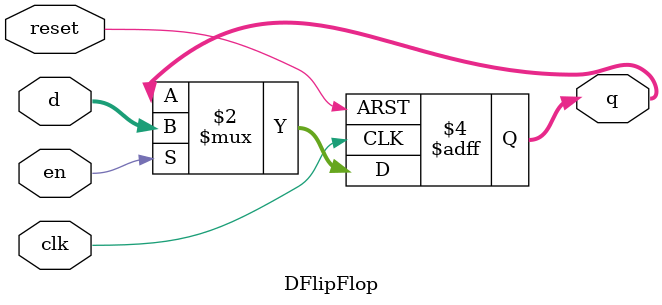
<source format=sv>
module DFlipFlop #(parameter N = 7)
    (
    input logic clk, reset, en,
    input logic [N-1:0] d,
    output logic [N-1:0] q
    );

    always_ff @(posedge clk, posedge reset)
        if (reset)
            q <= 0;
        else if (en)
            q <= d;
endmodule
</source>
